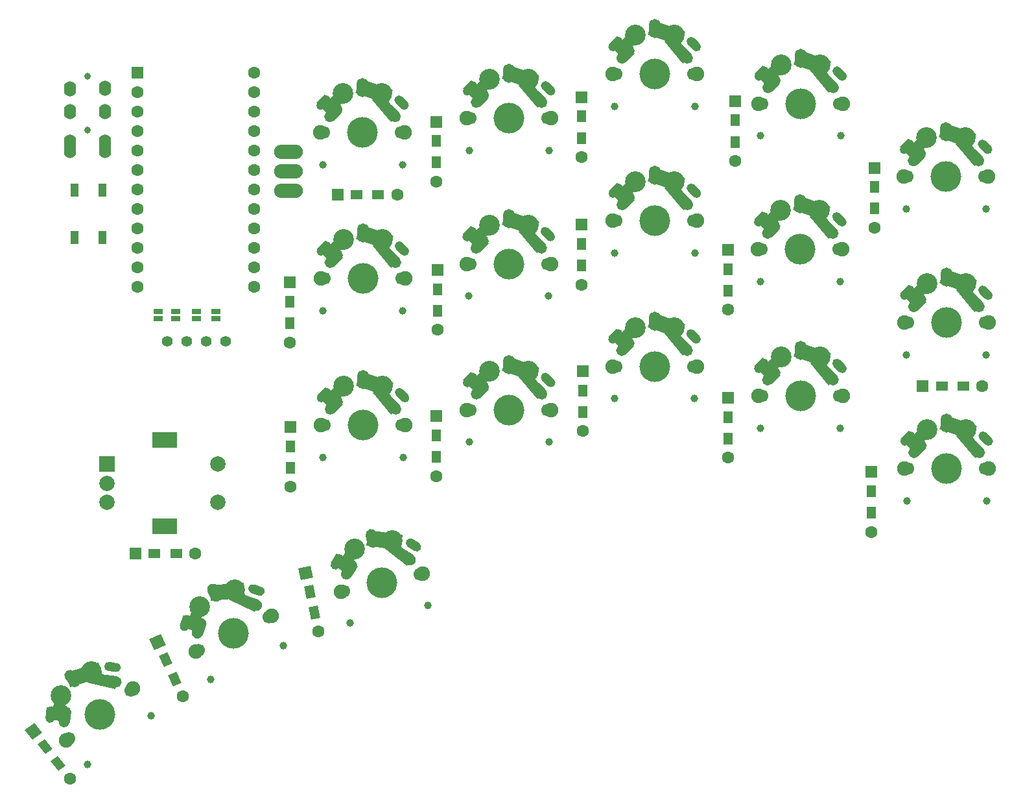
<source format=gbr>
%TF.GenerationSoftware,KiCad,Pcbnew,(5.1.7)-1*%
%TF.CreationDate,2021-07-06T19:24:22+05:30*%
%TF.ProjectId,Pteron36v0,50746572-6f6e-4333-9676-302e6b696361,rev?*%
%TF.SameCoordinates,Original*%
%TF.FileFunction,Soldermask,Top*%
%TF.FilePolarity,Negative*%
%FSLAX46Y46*%
G04 Gerber Fmt 4.6, Leading zero omitted, Abs format (unit mm)*
G04 Created by KiCad (PCBNEW (5.1.7)-1) date 2021-07-06 19:24:22*
%MOMM*%
%LPD*%
G01*
G04 APERTURE LIST*
%ADD10C,0.100000*%
%ADD11C,1.000000*%
%ADD12C,2.700000*%
%ADD13C,1.700000*%
%ADD14C,4.000000*%
%ADD15C,1.900000*%
%ADD16O,1.500000X2.500000*%
%ADD17O,1.600000X2.000000*%
%ADD18C,0.800000*%
%ADD19C,1.600000*%
%ADD20R,1.600000X1.600000*%
%ADD21R,2.000000X2.000000*%
%ADD22C,2.000000*%
%ADD23R,3.200000X2.000000*%
%ADD24R,1.600000X1.200000*%
%ADD25O,3.759200X1.879600*%
%ADD26R,1.100000X1.800000*%
%ADD27R,1.200000X1.600000*%
%ADD28R,1.270000X0.635000*%
%ADD29C,1.397000*%
G04 APERTURE END LIST*
D10*
%TO.C,SW28*%
G36*
X125135947Y-89801459D02*
G01*
X122725494Y-86928792D01*
X123874561Y-85964611D01*
X126285014Y-88837278D01*
X125135947Y-89801459D01*
G37*
G36*
X124753542Y-87560273D02*
G01*
X120524925Y-86021182D01*
X121208966Y-84141797D01*
X125437583Y-85680888D01*
X124753542Y-87560273D01*
G37*
G36*
X116202225Y-87742433D02*
G01*
X119030652Y-84914006D01*
X120108283Y-85991637D01*
X117279856Y-88820064D01*
X116202225Y-87742433D01*
G37*
G36*
X117749487Y-89570899D02*
G01*
X115451390Y-87272802D01*
X116529021Y-86195171D01*
X118827118Y-88493268D01*
X117749487Y-89570899D01*
G37*
D11*
X116237254Y-95385035D03*
D12*
X123997254Y-86105035D03*
X118917254Y-86105035D03*
G36*
G01*
X124277305Y-87655086D02*
X124277305Y-87655086D01*
G75*
G02*
X125337965Y-87655086I530330J-530330D01*
G01*
X126257203Y-88574324D01*
G75*
G02*
X126257203Y-89634984I-530330J-530330D01*
G01*
X126257203Y-89634984D01*
G75*
G02*
X125196543Y-89634984I-530330J530330D01*
G01*
X124277305Y-88715746D01*
G75*
G02*
X124277305Y-87655086I530330J530330D01*
G01*
G37*
D13*
X126537254Y-91185035D03*
X116377254Y-91185035D03*
D14*
X121457254Y-91185035D03*
G36*
G01*
X116657305Y-89634984D02*
X116657305Y-89634984D01*
G75*
G02*
X116657305Y-88574324I530330J530330D01*
G01*
X117576543Y-87655086D01*
G75*
G02*
X118637203Y-87655086I530330J-530330D01*
G01*
X118637203Y-87655086D01*
G75*
G02*
X118637203Y-88715746I-530330J-530330D01*
G01*
X117717965Y-89634984D01*
G75*
G02*
X116657305Y-89634984I-530330J530330D01*
G01*
G37*
D15*
X115957254Y-91185035D03*
X126957254Y-91185035D03*
G36*
G01*
X115579437Y-88062852D02*
X115579437Y-88062852D01*
G75*
G02*
X115579437Y-87214324I424264J424264D01*
G01*
X116286543Y-86507218D01*
G75*
G02*
X117135071Y-86507218I424264J-424264D01*
G01*
X117135071Y-86507218D01*
G75*
G02*
X117135071Y-87355746I-424264J-424264D01*
G01*
X116427965Y-88062852D01*
G75*
G02*
X115579437Y-88062852I-424264J424264D01*
G01*
G37*
G36*
G01*
X125779437Y-86507218D02*
X125779437Y-86507218D01*
G75*
G02*
X126627965Y-86507218I424264J-424264D01*
G01*
X127335071Y-87214324D01*
G75*
G02*
X127335071Y-88062852I-424264J-424264D01*
G01*
X127335071Y-88062852D01*
G75*
G02*
X126486543Y-88062852I-424264J424264D01*
G01*
X125779437Y-87355746D01*
G75*
G02*
X125779437Y-86507218I424264J424264D01*
G01*
G37*
D16*
X121457254Y-85285035D03*
D11*
X126677254Y-95385035D03*
%TD*%
D10*
%TO.C,SW27*%
G36*
X125116568Y-70676009D02*
G01*
X122706115Y-67803342D01*
X123855182Y-66839161D01*
X126265635Y-69711828D01*
X125116568Y-70676009D01*
G37*
G36*
X124734163Y-68434823D02*
G01*
X120505546Y-66895732D01*
X121189587Y-65016347D01*
X125418204Y-66555438D01*
X124734163Y-68434823D01*
G37*
G36*
X116182846Y-68616983D02*
G01*
X119011273Y-65788556D01*
X120088904Y-66866187D01*
X117260477Y-69694614D01*
X116182846Y-68616983D01*
G37*
G36*
X117730108Y-70445449D02*
G01*
X115432011Y-68147352D01*
X116509642Y-67069721D01*
X118807739Y-69367818D01*
X117730108Y-70445449D01*
G37*
D11*
X116217875Y-76259585D03*
D12*
X123977875Y-66979585D03*
X118897875Y-66979585D03*
G36*
G01*
X124257926Y-68529636D02*
X124257926Y-68529636D01*
G75*
G02*
X125318586Y-68529636I530330J-530330D01*
G01*
X126237824Y-69448874D01*
G75*
G02*
X126237824Y-70509534I-530330J-530330D01*
G01*
X126237824Y-70509534D01*
G75*
G02*
X125177164Y-70509534I-530330J530330D01*
G01*
X124257926Y-69590296D01*
G75*
G02*
X124257926Y-68529636I530330J530330D01*
G01*
G37*
D13*
X126517875Y-72059585D03*
X116357875Y-72059585D03*
D14*
X121437875Y-72059585D03*
G36*
G01*
X116637926Y-70509534D02*
X116637926Y-70509534D01*
G75*
G02*
X116637926Y-69448874I530330J530330D01*
G01*
X117557164Y-68529636D01*
G75*
G02*
X118617824Y-68529636I530330J-530330D01*
G01*
X118617824Y-68529636D01*
G75*
G02*
X118617824Y-69590296I-530330J-530330D01*
G01*
X117698586Y-70509534D01*
G75*
G02*
X116637926Y-70509534I-530330J530330D01*
G01*
G37*
D15*
X115937875Y-72059585D03*
X126937875Y-72059585D03*
G36*
G01*
X115560058Y-68937402D02*
X115560058Y-68937402D01*
G75*
G02*
X115560058Y-68088874I424264J424264D01*
G01*
X116267164Y-67381768D01*
G75*
G02*
X117115692Y-67381768I424264J-424264D01*
G01*
X117115692Y-67381768D01*
G75*
G02*
X117115692Y-68230296I-424264J-424264D01*
G01*
X116408586Y-68937402D01*
G75*
G02*
X115560058Y-68937402I-424264J424264D01*
G01*
G37*
G36*
G01*
X125760058Y-67381768D02*
X125760058Y-67381768D01*
G75*
G02*
X126608586Y-67381768I424264J-424264D01*
G01*
X127315692Y-68088874D01*
G75*
G02*
X127315692Y-68937402I-424264J-424264D01*
G01*
X127315692Y-68937402D01*
G75*
G02*
X126467164Y-68937402I-424264J424264D01*
G01*
X125760058Y-68230296D01*
G75*
G02*
X125760058Y-67381768I424264J424264D01*
G01*
G37*
D16*
X121437875Y-66159585D03*
D11*
X126657875Y-76259585D03*
%TD*%
D10*
%TO.C,SW26*%
G36*
X125072925Y-51641114D02*
G01*
X122662472Y-48768447D01*
X123811539Y-47804266D01*
X126221992Y-50676933D01*
X125072925Y-51641114D01*
G37*
G36*
X124690520Y-49399928D02*
G01*
X120461903Y-47860837D01*
X121145944Y-45981452D01*
X125374561Y-47520543D01*
X124690520Y-49399928D01*
G37*
G36*
X116139203Y-49582088D02*
G01*
X118967630Y-46753661D01*
X120045261Y-47831292D01*
X117216834Y-50659719D01*
X116139203Y-49582088D01*
G37*
G36*
X117686465Y-51410554D02*
G01*
X115388368Y-49112457D01*
X116465999Y-48034826D01*
X118764096Y-50332923D01*
X117686465Y-51410554D01*
G37*
D11*
X116174232Y-57224690D03*
D12*
X123934232Y-47944690D03*
X118854232Y-47944690D03*
G36*
G01*
X124214283Y-49494741D02*
X124214283Y-49494741D01*
G75*
G02*
X125274943Y-49494741I530330J-530330D01*
G01*
X126194181Y-50413979D01*
G75*
G02*
X126194181Y-51474639I-530330J-530330D01*
G01*
X126194181Y-51474639D01*
G75*
G02*
X125133521Y-51474639I-530330J530330D01*
G01*
X124214283Y-50555401D01*
G75*
G02*
X124214283Y-49494741I530330J530330D01*
G01*
G37*
D13*
X126474232Y-53024690D03*
X116314232Y-53024690D03*
D14*
X121394232Y-53024690D03*
G36*
G01*
X116594283Y-51474639D02*
X116594283Y-51474639D01*
G75*
G02*
X116594283Y-50413979I530330J530330D01*
G01*
X117513521Y-49494741D01*
G75*
G02*
X118574181Y-49494741I530330J-530330D01*
G01*
X118574181Y-49494741D01*
G75*
G02*
X118574181Y-50555401I-530330J-530330D01*
G01*
X117654943Y-51474639D01*
G75*
G02*
X116594283Y-51474639I-530330J530330D01*
G01*
G37*
D15*
X115894232Y-53024690D03*
X126894232Y-53024690D03*
G36*
G01*
X115516415Y-49902507D02*
X115516415Y-49902507D01*
G75*
G02*
X115516415Y-49053979I424264J424264D01*
G01*
X116223521Y-48346873D01*
G75*
G02*
X117072049Y-48346873I424264J-424264D01*
G01*
X117072049Y-48346873D01*
G75*
G02*
X117072049Y-49195401I-424264J-424264D01*
G01*
X116364943Y-49902507D01*
G75*
G02*
X115516415Y-49902507I-424264J424264D01*
G01*
G37*
G36*
G01*
X125716415Y-48346873D02*
X125716415Y-48346873D01*
G75*
G02*
X126564943Y-48346873I424264J-424264D01*
G01*
X127272049Y-49053979D01*
G75*
G02*
X127272049Y-49902507I-424264J-424264D01*
G01*
X127272049Y-49902507D01*
G75*
G02*
X126423521Y-49902507I-424264J424264D01*
G01*
X125716415Y-49195401D01*
G75*
G02*
X125716415Y-48346873I424264J424264D01*
G01*
G37*
D16*
X121394232Y-47124690D03*
D11*
X126614232Y-57224690D03*
%TD*%
D10*
%TO.C,SW24*%
G36*
X144203352Y-87825384D02*
G01*
X141792899Y-84952717D01*
X142941966Y-83988536D01*
X145352419Y-86861203D01*
X144203352Y-87825384D01*
G37*
G36*
X143820947Y-85584198D02*
G01*
X139592330Y-84045107D01*
X140276371Y-82165722D01*
X144504988Y-83704813D01*
X143820947Y-85584198D01*
G37*
G36*
X135269630Y-85766358D02*
G01*
X138098057Y-82937931D01*
X139175688Y-84015562D01*
X136347261Y-86843989D01*
X135269630Y-85766358D01*
G37*
G36*
X136816892Y-87594824D02*
G01*
X134518795Y-85296727D01*
X135596426Y-84219096D01*
X137894523Y-86517193D01*
X136816892Y-87594824D01*
G37*
D11*
X135304659Y-93408960D03*
D12*
X143064659Y-84128960D03*
X137984659Y-84128960D03*
G36*
G01*
X143344710Y-85679011D02*
X143344710Y-85679011D01*
G75*
G02*
X144405370Y-85679011I530330J-530330D01*
G01*
X145324608Y-86598249D01*
G75*
G02*
X145324608Y-87658909I-530330J-530330D01*
G01*
X145324608Y-87658909D01*
G75*
G02*
X144263948Y-87658909I-530330J530330D01*
G01*
X143344710Y-86739671D01*
G75*
G02*
X143344710Y-85679011I530330J530330D01*
G01*
G37*
D13*
X145604659Y-89208960D03*
X135444659Y-89208960D03*
D14*
X140524659Y-89208960D03*
G36*
G01*
X135724710Y-87658909D02*
X135724710Y-87658909D01*
G75*
G02*
X135724710Y-86598249I530330J530330D01*
G01*
X136643948Y-85679011D01*
G75*
G02*
X137704608Y-85679011I530330J-530330D01*
G01*
X137704608Y-85679011D01*
G75*
G02*
X137704608Y-86739671I-530330J-530330D01*
G01*
X136785370Y-87658909D01*
G75*
G02*
X135724710Y-87658909I-530330J530330D01*
G01*
G37*
D15*
X135024659Y-89208960D03*
X146024659Y-89208960D03*
G36*
G01*
X134646842Y-86086777D02*
X134646842Y-86086777D01*
G75*
G02*
X134646842Y-85238249I424264J424264D01*
G01*
X135353948Y-84531143D01*
G75*
G02*
X136202476Y-84531143I424264J-424264D01*
G01*
X136202476Y-84531143D01*
G75*
G02*
X136202476Y-85379671I-424264J-424264D01*
G01*
X135495370Y-86086777D01*
G75*
G02*
X134646842Y-86086777I-424264J424264D01*
G01*
G37*
G36*
G01*
X144846842Y-84531143D02*
X144846842Y-84531143D01*
G75*
G02*
X145695370Y-84531143I424264J-424264D01*
G01*
X146402476Y-85238249D01*
G75*
G02*
X146402476Y-86086777I-424264J-424264D01*
G01*
X146402476Y-86086777D01*
G75*
G02*
X145553948Y-86086777I-424264J424264D01*
G01*
X144846842Y-85379671D01*
G75*
G02*
X144846842Y-84531143I424264J424264D01*
G01*
G37*
D16*
X140524659Y-83308960D03*
D11*
X145744659Y-93408960D03*
%TD*%
D10*
%TO.C,SW23*%
G36*
X144159708Y-68790488D02*
G01*
X141749255Y-65917821D01*
X142898322Y-64953640D01*
X145308775Y-67826307D01*
X144159708Y-68790488D01*
G37*
G36*
X143777303Y-66549302D02*
G01*
X139548686Y-65010211D01*
X140232727Y-63130826D01*
X144461344Y-64669917D01*
X143777303Y-66549302D01*
G37*
G36*
X135225986Y-66731462D02*
G01*
X138054413Y-63903035D01*
X139132044Y-64980666D01*
X136303617Y-67809093D01*
X135225986Y-66731462D01*
G37*
G36*
X136773248Y-68559928D02*
G01*
X134475151Y-66261831D01*
X135552782Y-65184200D01*
X137850879Y-67482297D01*
X136773248Y-68559928D01*
G37*
D11*
X135261015Y-74374064D03*
D12*
X143021015Y-65094064D03*
X137941015Y-65094064D03*
G36*
G01*
X143301066Y-66644115D02*
X143301066Y-66644115D01*
G75*
G02*
X144361726Y-66644115I530330J-530330D01*
G01*
X145280964Y-67563353D01*
G75*
G02*
X145280964Y-68624013I-530330J-530330D01*
G01*
X145280964Y-68624013D01*
G75*
G02*
X144220304Y-68624013I-530330J530330D01*
G01*
X143301066Y-67704775D01*
G75*
G02*
X143301066Y-66644115I530330J530330D01*
G01*
G37*
D13*
X145561015Y-70174064D03*
X135401015Y-70174064D03*
D14*
X140481015Y-70174064D03*
G36*
G01*
X135681066Y-68624013D02*
X135681066Y-68624013D01*
G75*
G02*
X135681066Y-67563353I530330J530330D01*
G01*
X136600304Y-66644115D01*
G75*
G02*
X137660964Y-66644115I530330J-530330D01*
G01*
X137660964Y-66644115D01*
G75*
G02*
X137660964Y-67704775I-530330J-530330D01*
G01*
X136741726Y-68624013D01*
G75*
G02*
X135681066Y-68624013I-530330J530330D01*
G01*
G37*
D15*
X134981015Y-70174064D03*
X145981015Y-70174064D03*
G36*
G01*
X134603198Y-67051881D02*
X134603198Y-67051881D01*
G75*
G02*
X134603198Y-66203353I424264J424264D01*
G01*
X135310304Y-65496247D01*
G75*
G02*
X136158832Y-65496247I424264J-424264D01*
G01*
X136158832Y-65496247D01*
G75*
G02*
X136158832Y-66344775I-424264J-424264D01*
G01*
X135451726Y-67051881D01*
G75*
G02*
X134603198Y-67051881I-424264J424264D01*
G01*
G37*
G36*
G01*
X144803198Y-65496247D02*
X144803198Y-65496247D01*
G75*
G02*
X145651726Y-65496247I424264J-424264D01*
G01*
X146358832Y-66203353D01*
G75*
G02*
X146358832Y-67051881I-424264J-424264D01*
G01*
X146358832Y-67051881D01*
G75*
G02*
X145510304Y-67051881I-424264J424264D01*
G01*
X144803198Y-66344775D01*
G75*
G02*
X144803198Y-65496247I424264J424264D01*
G01*
G37*
D16*
X140481015Y-64274064D03*
D11*
X145701015Y-74374064D03*
%TD*%
D10*
%TO.C,SW22*%
G36*
X144206619Y-49779862D02*
G01*
X141796166Y-46907195D01*
X142945233Y-45943014D01*
X145355686Y-48815681D01*
X144206619Y-49779862D01*
G37*
G36*
X143824214Y-47538676D02*
G01*
X139595597Y-45999585D01*
X140279638Y-44120200D01*
X144508255Y-45659291D01*
X143824214Y-47538676D01*
G37*
G36*
X135272897Y-47720836D02*
G01*
X138101324Y-44892409D01*
X139178955Y-45970040D01*
X136350528Y-48798467D01*
X135272897Y-47720836D01*
G37*
G36*
X136820159Y-49549302D02*
G01*
X134522062Y-47251205D01*
X135599693Y-46173574D01*
X137897790Y-48471671D01*
X136820159Y-49549302D01*
G37*
D11*
X135307926Y-55363438D03*
D12*
X143067926Y-46083438D03*
X137987926Y-46083438D03*
G36*
G01*
X143347977Y-47633489D02*
X143347977Y-47633489D01*
G75*
G02*
X144408637Y-47633489I530330J-530330D01*
G01*
X145327875Y-48552727D01*
G75*
G02*
X145327875Y-49613387I-530330J-530330D01*
G01*
X145327875Y-49613387D01*
G75*
G02*
X144267215Y-49613387I-530330J530330D01*
G01*
X143347977Y-48694149D01*
G75*
G02*
X143347977Y-47633489I530330J530330D01*
G01*
G37*
D13*
X145607926Y-51163438D03*
X135447926Y-51163438D03*
D14*
X140527926Y-51163438D03*
G36*
G01*
X135727977Y-49613387D02*
X135727977Y-49613387D01*
G75*
G02*
X135727977Y-48552727I530330J530330D01*
G01*
X136647215Y-47633489D01*
G75*
G02*
X137707875Y-47633489I530330J-530330D01*
G01*
X137707875Y-47633489D01*
G75*
G02*
X137707875Y-48694149I-530330J-530330D01*
G01*
X136788637Y-49613387D01*
G75*
G02*
X135727977Y-49613387I-530330J530330D01*
G01*
G37*
D15*
X135027926Y-51163438D03*
X146027926Y-51163438D03*
G36*
G01*
X134650109Y-48041255D02*
X134650109Y-48041255D01*
G75*
G02*
X134650109Y-47192727I424264J424264D01*
G01*
X135357215Y-46485621D01*
G75*
G02*
X136205743Y-46485621I424264J-424264D01*
G01*
X136205743Y-46485621D01*
G75*
G02*
X136205743Y-47334149I-424264J-424264D01*
G01*
X135498637Y-48041255D01*
G75*
G02*
X134650109Y-48041255I-424264J424264D01*
G01*
G37*
G36*
G01*
X144850109Y-46485621D02*
X144850109Y-46485621D01*
G75*
G02*
X145698637Y-46485621I424264J-424264D01*
G01*
X146405743Y-47192727D01*
G75*
G02*
X146405743Y-48041255I-424264J-424264D01*
G01*
X146405743Y-48041255D01*
G75*
G02*
X145557215Y-48041255I-424264J424264D01*
G01*
X144850109Y-47334149D01*
G75*
G02*
X144850109Y-46485621I424264J424264D01*
G01*
G37*
D16*
X140527926Y-45263438D03*
D11*
X145747926Y-55363438D03*
%TD*%
D10*
%TO.C,SW20*%
G36*
X89150691Y-125610737D02*
G01*
X85489581Y-124799089D01*
X85814241Y-123334645D01*
X89475351Y-124146293D01*
X89150691Y-125610737D01*
G37*
G36*
X87482961Y-124065479D02*
G01*
X83191235Y-125418655D01*
X82589823Y-123511221D01*
X86881549Y-122158045D01*
X87482961Y-124065479D01*
G37*
G36*
X80809637Y-129415709D02*
G01*
X81331741Y-125449929D01*
X82842703Y-125648851D01*
X82320599Y-129614631D01*
X80809637Y-129415709D01*
G37*
G36*
X83150262Y-129924414D02*
G01*
X79928066Y-129500204D01*
X80126988Y-127989242D01*
X83349184Y-128413452D01*
X83150262Y-129924414D01*
G37*
D11*
X85489949Y-135457668D03*
D12*
X85997064Y-123371360D03*
X81966829Y-126463868D03*
G36*
G01*
X87162854Y-124430613D02*
X87162854Y-124430613D01*
G75*
G02*
X88004333Y-123784924I743584J-97895D01*
G01*
X89293211Y-123954608D01*
G75*
G02*
X89938900Y-124796087I-97895J-743584D01*
G01*
X89938900Y-124796087D01*
G75*
G02*
X89097421Y-125441776I-743584J97895D01*
G01*
X87808543Y-125272092D01*
G75*
G02*
X87162854Y-124430613I97895J743584D01*
G01*
G37*
D13*
X91104690Y-125855341D03*
X83044220Y-132040357D03*
D14*
X87074455Y-128947849D03*
G36*
G01*
X82322788Y-130640136D02*
X82322788Y-130640136D01*
G75*
G02*
X81677099Y-129798657I97895J743584D01*
G01*
X81846783Y-128509779D01*
G75*
G02*
X82688262Y-127864090I743584J-97895D01*
G01*
X82688262Y-127864090D01*
G75*
G02*
X83333951Y-128705569I-97895J-743584D01*
G01*
X83164267Y-129994447D01*
G75*
G02*
X82322788Y-130640136I-743584J97895D01*
G01*
G37*
D15*
X82711012Y-132296037D03*
X91437898Y-125599661D03*
G36*
G01*
X80510604Y-130049043D02*
X80510604Y-130049043D01*
G75*
G02*
X79994053Y-129375860I78316J594867D01*
G01*
X80124579Y-128384416D01*
G75*
G02*
X80797762Y-127867865I594867J-78316D01*
G01*
X80797762Y-127867865D01*
G75*
G02*
X81314313Y-128541048I-78316J-594867D01*
G01*
X81183787Y-129532492D01*
G75*
G02*
X80510604Y-130049043I-594867J78316D01*
G01*
G37*
G36*
G01*
X87655798Y-122605509D02*
X87655798Y-122605509D01*
G75*
G02*
X88328981Y-122088958I594867J-78316D01*
G01*
X89320425Y-122219484D01*
G75*
G02*
X89836976Y-122892667I-78316J-594867D01*
G01*
X89836976Y-122892667D01*
G75*
G02*
X89163793Y-123409218I-594867J78316D01*
G01*
X88172349Y-123278692D01*
G75*
G02*
X87655798Y-122605509I78316J594867D01*
G01*
G37*
G36*
G01*
X84243715Y-125258756D02*
X84243715Y-125258756D01*
G75*
G02*
X83192129Y-125120312I-456571J595015D01*
G01*
X82583367Y-124326958D01*
G75*
G02*
X82721811Y-123275372I595015J456571D01*
G01*
X82721811Y-123275372D01*
G75*
G02*
X83773397Y-123413816I456571J-595015D01*
G01*
X84382159Y-124207170D01*
G75*
G02*
X84243715Y-125258756I-595015J-456571D01*
G01*
G37*
D11*
X93772557Y-129102198D03*
%TD*%
D10*
%TO.C,SW19*%
G36*
X163196684Y-82141289D02*
G01*
X160786231Y-79268622D01*
X161935298Y-78304441D01*
X164345751Y-81177108D01*
X163196684Y-82141289D01*
G37*
G36*
X162814279Y-79900103D02*
G01*
X158585662Y-78361012D01*
X159269703Y-76481627D01*
X163498320Y-78020718D01*
X162814279Y-79900103D01*
G37*
G36*
X154262962Y-80082263D02*
G01*
X157091389Y-77253836D01*
X158169020Y-78331467D01*
X155340593Y-81159894D01*
X154262962Y-80082263D01*
G37*
G36*
X155810224Y-81910729D02*
G01*
X153512127Y-79612632D01*
X154589758Y-78535001D01*
X156887855Y-80833098D01*
X155810224Y-81910729D01*
G37*
D11*
X154297991Y-87724865D03*
D12*
X162057991Y-78444865D03*
X156977991Y-78444865D03*
G36*
G01*
X162338042Y-79994916D02*
X162338042Y-79994916D01*
G75*
G02*
X163398702Y-79994916I530330J-530330D01*
G01*
X164317940Y-80914154D01*
G75*
G02*
X164317940Y-81974814I-530330J-530330D01*
G01*
X164317940Y-81974814D01*
G75*
G02*
X163257280Y-81974814I-530330J530330D01*
G01*
X162338042Y-81055576D01*
G75*
G02*
X162338042Y-79994916I530330J530330D01*
G01*
G37*
D13*
X164597991Y-83524865D03*
X154437991Y-83524865D03*
D14*
X159517991Y-83524865D03*
G36*
G01*
X154718042Y-81974814D02*
X154718042Y-81974814D01*
G75*
G02*
X154718042Y-80914154I530330J530330D01*
G01*
X155637280Y-79994916D01*
G75*
G02*
X156697940Y-79994916I530330J-530330D01*
G01*
X156697940Y-79994916D01*
G75*
G02*
X156697940Y-81055576I-530330J-530330D01*
G01*
X155778702Y-81974814D01*
G75*
G02*
X154718042Y-81974814I-530330J530330D01*
G01*
G37*
D15*
X154017991Y-83524865D03*
X165017991Y-83524865D03*
G36*
G01*
X153640174Y-80402682D02*
X153640174Y-80402682D01*
G75*
G02*
X153640174Y-79554154I424264J424264D01*
G01*
X154347280Y-78847048D01*
G75*
G02*
X155195808Y-78847048I424264J-424264D01*
G01*
X155195808Y-78847048D01*
G75*
G02*
X155195808Y-79695576I-424264J-424264D01*
G01*
X154488702Y-80402682D01*
G75*
G02*
X153640174Y-80402682I-424264J424264D01*
G01*
G37*
G36*
G01*
X163840174Y-78847048D02*
X163840174Y-78847048D01*
G75*
G02*
X164688702Y-78847048I424264J-424264D01*
G01*
X165395808Y-79554154D01*
G75*
G02*
X165395808Y-80402682I-424264J-424264D01*
G01*
X165395808Y-80402682D01*
G75*
G02*
X164547280Y-80402682I-424264J424264D01*
G01*
X163840174Y-79695576D01*
G75*
G02*
X163840174Y-78847048I424264J424264D01*
G01*
G37*
D16*
X159517991Y-77624865D03*
D11*
X164737991Y-87724865D03*
%TD*%
D10*
%TO.C,SW18*%
G36*
X163243601Y-63130661D02*
G01*
X160833148Y-60257994D01*
X161982215Y-59293813D01*
X164392668Y-62166480D01*
X163243601Y-63130661D01*
G37*
G36*
X162861196Y-60889475D02*
G01*
X158632579Y-59350384D01*
X159316620Y-57470999D01*
X163545237Y-59010090D01*
X162861196Y-60889475D01*
G37*
G36*
X154309879Y-61071635D02*
G01*
X157138306Y-58243208D01*
X158215937Y-59320839D01*
X155387510Y-62149266D01*
X154309879Y-61071635D01*
G37*
G36*
X155857141Y-62900101D02*
G01*
X153559044Y-60602004D01*
X154636675Y-59524373D01*
X156934772Y-61822470D01*
X155857141Y-62900101D01*
G37*
D11*
X154344908Y-68714237D03*
D12*
X162104908Y-59434237D03*
X157024908Y-59434237D03*
G36*
G01*
X162384959Y-60984288D02*
X162384959Y-60984288D01*
G75*
G02*
X163445619Y-60984288I530330J-530330D01*
G01*
X164364857Y-61903526D01*
G75*
G02*
X164364857Y-62964186I-530330J-530330D01*
G01*
X164364857Y-62964186D01*
G75*
G02*
X163304197Y-62964186I-530330J530330D01*
G01*
X162384959Y-62044948D01*
G75*
G02*
X162384959Y-60984288I530330J530330D01*
G01*
G37*
D13*
X164644908Y-64514237D03*
X154484908Y-64514237D03*
D14*
X159564908Y-64514237D03*
G36*
G01*
X154764959Y-62964186D02*
X154764959Y-62964186D01*
G75*
G02*
X154764959Y-61903526I530330J530330D01*
G01*
X155684197Y-60984288D01*
G75*
G02*
X156744857Y-60984288I530330J-530330D01*
G01*
X156744857Y-60984288D01*
G75*
G02*
X156744857Y-62044948I-530330J-530330D01*
G01*
X155825619Y-62964186D01*
G75*
G02*
X154764959Y-62964186I-530330J530330D01*
G01*
G37*
D15*
X154064908Y-64514237D03*
X165064908Y-64514237D03*
G36*
G01*
X153687091Y-61392054D02*
X153687091Y-61392054D01*
G75*
G02*
X153687091Y-60543526I424264J424264D01*
G01*
X154394197Y-59836420D01*
G75*
G02*
X155242725Y-59836420I424264J-424264D01*
G01*
X155242725Y-59836420D01*
G75*
G02*
X155242725Y-60684948I-424264J-424264D01*
G01*
X154535619Y-61392054D01*
G75*
G02*
X153687091Y-61392054I-424264J424264D01*
G01*
G37*
G36*
G01*
X163887091Y-59836420D02*
X163887091Y-59836420D01*
G75*
G02*
X164735619Y-59836420I424264J-424264D01*
G01*
X165442725Y-60543526D01*
G75*
G02*
X165442725Y-61392054I-424264J-424264D01*
G01*
X165442725Y-61392054D01*
G75*
G02*
X164594197Y-61392054I-424264J424264D01*
G01*
X163887091Y-60684948D01*
G75*
G02*
X163887091Y-59836420I424264J424264D01*
G01*
G37*
D16*
X159564908Y-58614237D03*
D11*
X164784908Y-68714237D03*
%TD*%
D10*
%TO.C,SW17*%
G36*
X163224217Y-44005211D02*
G01*
X160813764Y-41132544D01*
X161962831Y-40168363D01*
X164373284Y-43041030D01*
X163224217Y-44005211D01*
G37*
G36*
X162841812Y-41764025D02*
G01*
X158613195Y-40224934D01*
X159297236Y-38345549D01*
X163525853Y-39884640D01*
X162841812Y-41764025D01*
G37*
G36*
X154290495Y-41946185D02*
G01*
X157118922Y-39117758D01*
X158196553Y-40195389D01*
X155368126Y-43023816D01*
X154290495Y-41946185D01*
G37*
G36*
X155837757Y-43774651D02*
G01*
X153539660Y-41476554D01*
X154617291Y-40398923D01*
X156915388Y-42697020D01*
X155837757Y-43774651D01*
G37*
D11*
X154325524Y-49588787D03*
D12*
X162085524Y-40308787D03*
X157005524Y-40308787D03*
G36*
G01*
X162365575Y-41858838D02*
X162365575Y-41858838D01*
G75*
G02*
X163426235Y-41858838I530330J-530330D01*
G01*
X164345473Y-42778076D01*
G75*
G02*
X164345473Y-43838736I-530330J-530330D01*
G01*
X164345473Y-43838736D01*
G75*
G02*
X163284813Y-43838736I-530330J530330D01*
G01*
X162365575Y-42919498D01*
G75*
G02*
X162365575Y-41858838I530330J530330D01*
G01*
G37*
D13*
X164625524Y-45388787D03*
X154465524Y-45388787D03*
D14*
X159545524Y-45388787D03*
G36*
G01*
X154745575Y-43838736D02*
X154745575Y-43838736D01*
G75*
G02*
X154745575Y-42778076I530330J530330D01*
G01*
X155664813Y-41858838D01*
G75*
G02*
X156725473Y-41858838I530330J-530330D01*
G01*
X156725473Y-41858838D01*
G75*
G02*
X156725473Y-42919498I-530330J-530330D01*
G01*
X155806235Y-43838736D01*
G75*
G02*
X154745575Y-43838736I-530330J530330D01*
G01*
G37*
D15*
X154045524Y-45388787D03*
X165045524Y-45388787D03*
G36*
G01*
X153667707Y-42266604D02*
X153667707Y-42266604D01*
G75*
G02*
X153667707Y-41418076I424264J424264D01*
G01*
X154374813Y-40710970D01*
G75*
G02*
X155223341Y-40710970I424264J-424264D01*
G01*
X155223341Y-40710970D01*
G75*
G02*
X155223341Y-41559498I-424264J-424264D01*
G01*
X154516235Y-42266604D01*
G75*
G02*
X153667707Y-42266604I-424264J424264D01*
G01*
G37*
G36*
G01*
X163867707Y-40710970D02*
X163867707Y-40710970D01*
G75*
G02*
X164716235Y-40710970I424264J-424264D01*
G01*
X165423341Y-41418076D01*
G75*
G02*
X165423341Y-42266604I-424264J-424264D01*
G01*
X165423341Y-42266604D01*
G75*
G02*
X164574813Y-42266604I-424264J424264D01*
G01*
X163867707Y-41559498D01*
G75*
G02*
X163867707Y-40710970I424264J424264D01*
G01*
G37*
D16*
X159545524Y-39488787D03*
D11*
X164765524Y-49588787D03*
%TD*%
D10*
%TO.C,SW15*%
G36*
X107307145Y-115585901D02*
G01*
X103908491Y-114001083D01*
X104542419Y-112641621D01*
X107941073Y-114226439D01*
X107307145Y-115585901D01*
G37*
G36*
X106013402Y-113716308D02*
G01*
X101530526Y-114108509D01*
X101356214Y-112116120D01*
X105839090Y-111723919D01*
X106013402Y-113716308D01*
G37*
G36*
X98340261Y-117495344D02*
G01*
X99708342Y-113736573D01*
X101140433Y-114257812D01*
X99772352Y-118016583D01*
X98340261Y-117495344D01*
G37*
G36*
X100515299Y-118498596D02*
G01*
X97461298Y-117387030D01*
X97982537Y-115954938D01*
X101036538Y-117066504D01*
X100515299Y-118498596D01*
G37*
D11*
X101601911Y-124407090D03*
D12*
X104712962Y-112717036D03*
X100108918Y-114863937D03*
G36*
G01*
X105621854Y-114003505D02*
X105621854Y-114003505D01*
G75*
G02*
X106583138Y-113555251I704769J-256515D01*
G01*
X107804738Y-113999877D01*
G75*
G02*
X108252992Y-114961161I-256515J-704769D01*
G01*
X108252992Y-114961161D01*
G75*
G02*
X107291708Y-115409415I-704769J256515D01*
G01*
X106070108Y-114964789D01*
G75*
G02*
X105621854Y-114003505I256515J704769D01*
G01*
G37*
D13*
X109161885Y-116247629D03*
X99953797Y-120541431D03*
D14*
X104557841Y-118394530D03*
G36*
G01*
X99552530Y-119018253D02*
X99552530Y-119018253D01*
G75*
G02*
X99104276Y-118056969I256515J704769D01*
G01*
X99548902Y-116835369D01*
G75*
G02*
X100510186Y-116387115I704769J-256515D01*
G01*
X100510186Y-116387115D01*
G75*
G02*
X100958440Y-117348399I-256515J-704769D01*
G01*
X100513814Y-118569999D01*
G75*
G02*
X99552530Y-119018253I-704769J256515D01*
G01*
G37*
D15*
X99573148Y-120718930D03*
X109542534Y-116070130D03*
G36*
G01*
X97911238Y-118048945D02*
X97911238Y-118048945D01*
G75*
G02*
X97552634Y-117279917I205212J563816D01*
G01*
X97894654Y-116340225D01*
G75*
G02*
X98663682Y-115981621I563816J-205212D01*
G01*
X98663682Y-115981621D01*
G75*
G02*
X99022286Y-116750649I-205212J-563816D01*
G01*
X98680266Y-117690341D01*
G75*
G02*
X97911238Y-118048945I-563816J205212D01*
G01*
G37*
G36*
G01*
X106498137Y-112328354D02*
X106498137Y-112328354D01*
G75*
G02*
X107267165Y-111969750I563816J-205212D01*
G01*
X108206857Y-112311770D01*
G75*
G02*
X108565461Y-113080798I-205212J-563816D01*
G01*
X108565461Y-113080798D01*
G75*
G02*
X107796433Y-113439402I-563816J205212D01*
G01*
X106856741Y-113097382D01*
G75*
G02*
X106498137Y-112328354I205212J563816D01*
G01*
G37*
G36*
G01*
X102592666Y-114180199D02*
X102592666Y-114180199D01*
G75*
G02*
X101595971Y-113817432I-316964J679731D01*
G01*
X101173353Y-112911124D01*
G75*
G02*
X101536120Y-111914429I679731J316964D01*
G01*
X101536120Y-111914429D01*
G75*
G02*
X102532815Y-112277196I316964J-679731D01*
G01*
X102955433Y-113183504D01*
G75*
G02*
X102592666Y-114180199I-679731J-316964D01*
G01*
G37*
D11*
X111063764Y-119994955D03*
%TD*%
D10*
%TO.C,SW14*%
G36*
X182257117Y-85986772D02*
G01*
X179846664Y-83114105D01*
X180995731Y-82149924D01*
X183406184Y-85022591D01*
X182257117Y-85986772D01*
G37*
G36*
X181874712Y-83745586D02*
G01*
X177646095Y-82206495D01*
X178330136Y-80327110D01*
X182558753Y-81866201D01*
X181874712Y-83745586D01*
G37*
G36*
X173323395Y-83927746D02*
G01*
X176151822Y-81099319D01*
X177229453Y-82176950D01*
X174401026Y-85005377D01*
X173323395Y-83927746D01*
G37*
G36*
X174870657Y-85756212D02*
G01*
X172572560Y-83458115D01*
X173650191Y-82380484D01*
X175948288Y-84678581D01*
X174870657Y-85756212D01*
G37*
D11*
X173358424Y-91570348D03*
D12*
X181118424Y-82290348D03*
X176038424Y-82290348D03*
G36*
G01*
X181398475Y-83840399D02*
X181398475Y-83840399D01*
G75*
G02*
X182459135Y-83840399I530330J-530330D01*
G01*
X183378373Y-84759637D01*
G75*
G02*
X183378373Y-85820297I-530330J-530330D01*
G01*
X183378373Y-85820297D01*
G75*
G02*
X182317713Y-85820297I-530330J530330D01*
G01*
X181398475Y-84901059D01*
G75*
G02*
X181398475Y-83840399I530330J530330D01*
G01*
G37*
D13*
X183658424Y-87370348D03*
X173498424Y-87370348D03*
D14*
X178578424Y-87370348D03*
G36*
G01*
X173778475Y-85820297D02*
X173778475Y-85820297D01*
G75*
G02*
X173778475Y-84759637I530330J530330D01*
G01*
X174697713Y-83840399D01*
G75*
G02*
X175758373Y-83840399I530330J-530330D01*
G01*
X175758373Y-83840399D01*
G75*
G02*
X175758373Y-84901059I-530330J-530330D01*
G01*
X174839135Y-85820297D01*
G75*
G02*
X173778475Y-85820297I-530330J530330D01*
G01*
G37*
D15*
X173078424Y-87370348D03*
X184078424Y-87370348D03*
G36*
G01*
X172700607Y-84248165D02*
X172700607Y-84248165D01*
G75*
G02*
X172700607Y-83399637I424264J424264D01*
G01*
X173407713Y-82692531D01*
G75*
G02*
X174256241Y-82692531I424264J-424264D01*
G01*
X174256241Y-82692531D01*
G75*
G02*
X174256241Y-83541059I-424264J-424264D01*
G01*
X173549135Y-84248165D01*
G75*
G02*
X172700607Y-84248165I-424264J424264D01*
G01*
G37*
G36*
G01*
X182900607Y-82692531D02*
X182900607Y-82692531D01*
G75*
G02*
X183749135Y-82692531I424264J-424264D01*
G01*
X184456241Y-83399637D01*
G75*
G02*
X184456241Y-84248165I-424264J-424264D01*
G01*
X184456241Y-84248165D01*
G75*
G02*
X183607713Y-84248165I-424264J424264D01*
G01*
X182900607Y-83541059D01*
G75*
G02*
X182900607Y-82692531I424264J424264D01*
G01*
G37*
D16*
X178578424Y-81470348D03*
D11*
X183798424Y-91570348D03*
%TD*%
D10*
%TO.C,SW13*%
G36*
X182237743Y-66861326D02*
G01*
X179827290Y-63988659D01*
X180976357Y-63024478D01*
X183386810Y-65897145D01*
X182237743Y-66861326D01*
G37*
G36*
X181855338Y-64620140D02*
G01*
X177626721Y-63081049D01*
X178310762Y-61201664D01*
X182539379Y-62740755D01*
X181855338Y-64620140D01*
G37*
G36*
X173304021Y-64802300D02*
G01*
X176132448Y-61973873D01*
X177210079Y-63051504D01*
X174381652Y-65879931D01*
X173304021Y-64802300D01*
G37*
G36*
X174851283Y-66630766D02*
G01*
X172553186Y-64332669D01*
X173630817Y-63255038D01*
X175928914Y-65553135D01*
X174851283Y-66630766D01*
G37*
D11*
X173339050Y-72444902D03*
D12*
X181099050Y-63164902D03*
X176019050Y-63164902D03*
G36*
G01*
X181379101Y-64714953D02*
X181379101Y-64714953D01*
G75*
G02*
X182439761Y-64714953I530330J-530330D01*
G01*
X183358999Y-65634191D01*
G75*
G02*
X183358999Y-66694851I-530330J-530330D01*
G01*
X183358999Y-66694851D01*
G75*
G02*
X182298339Y-66694851I-530330J530330D01*
G01*
X181379101Y-65775613D01*
G75*
G02*
X181379101Y-64714953I530330J530330D01*
G01*
G37*
D13*
X183639050Y-68244902D03*
X173479050Y-68244902D03*
D14*
X178559050Y-68244902D03*
G36*
G01*
X173759101Y-66694851D02*
X173759101Y-66694851D01*
G75*
G02*
X173759101Y-65634191I530330J530330D01*
G01*
X174678339Y-64714953D01*
G75*
G02*
X175738999Y-64714953I530330J-530330D01*
G01*
X175738999Y-64714953D01*
G75*
G02*
X175738999Y-65775613I-530330J-530330D01*
G01*
X174819761Y-66694851D01*
G75*
G02*
X173759101Y-66694851I-530330J530330D01*
G01*
G37*
D15*
X173059050Y-68244902D03*
X184059050Y-68244902D03*
G36*
G01*
X172681233Y-65122719D02*
X172681233Y-65122719D01*
G75*
G02*
X172681233Y-64274191I424264J424264D01*
G01*
X173388339Y-63567085D01*
G75*
G02*
X174236867Y-63567085I424264J-424264D01*
G01*
X174236867Y-63567085D01*
G75*
G02*
X174236867Y-64415613I-424264J-424264D01*
G01*
X173529761Y-65122719D01*
G75*
G02*
X172681233Y-65122719I-424264J424264D01*
G01*
G37*
G36*
G01*
X182881233Y-63567085D02*
X182881233Y-63567085D01*
G75*
G02*
X183729761Y-63567085I424264J-424264D01*
G01*
X184436867Y-64274191D01*
G75*
G02*
X184436867Y-65122719I-424264J-424264D01*
G01*
X184436867Y-65122719D01*
G75*
G02*
X183588339Y-65122719I-424264J424264D01*
G01*
X182881233Y-64415613D01*
G75*
G02*
X182881233Y-63567085I424264J424264D01*
G01*
G37*
D16*
X178559050Y-62344902D03*
D11*
X183779050Y-72444902D03*
%TD*%
D10*
%TO.C,SW12*%
G36*
X182284653Y-47850699D02*
G01*
X179874200Y-44978032D01*
X181023267Y-44013851D01*
X183433720Y-46886518D01*
X182284653Y-47850699D01*
G37*
G36*
X181902248Y-45609513D02*
G01*
X177673631Y-44070422D01*
X178357672Y-42191037D01*
X182586289Y-43730128D01*
X181902248Y-45609513D01*
G37*
G36*
X173350931Y-45791673D02*
G01*
X176179358Y-42963246D01*
X177256989Y-44040877D01*
X174428562Y-46869304D01*
X173350931Y-45791673D01*
G37*
G36*
X174898193Y-47620139D02*
G01*
X172600096Y-45322042D01*
X173677727Y-44244411D01*
X175975824Y-46542508D01*
X174898193Y-47620139D01*
G37*
D11*
X173385960Y-53434275D03*
D12*
X181145960Y-44154275D03*
X176065960Y-44154275D03*
G36*
G01*
X181426011Y-45704326D02*
X181426011Y-45704326D01*
G75*
G02*
X182486671Y-45704326I530330J-530330D01*
G01*
X183405909Y-46623564D01*
G75*
G02*
X183405909Y-47684224I-530330J-530330D01*
G01*
X183405909Y-47684224D01*
G75*
G02*
X182345249Y-47684224I-530330J530330D01*
G01*
X181426011Y-46764986D01*
G75*
G02*
X181426011Y-45704326I530330J530330D01*
G01*
G37*
D13*
X183685960Y-49234275D03*
X173525960Y-49234275D03*
D14*
X178605960Y-49234275D03*
G36*
G01*
X173806011Y-47684224D02*
X173806011Y-47684224D01*
G75*
G02*
X173806011Y-46623564I530330J530330D01*
G01*
X174725249Y-45704326D01*
G75*
G02*
X175785909Y-45704326I530330J-530330D01*
G01*
X175785909Y-45704326D01*
G75*
G02*
X175785909Y-46764986I-530330J-530330D01*
G01*
X174866671Y-47684224D01*
G75*
G02*
X173806011Y-47684224I-530330J530330D01*
G01*
G37*
D15*
X173105960Y-49234275D03*
X184105960Y-49234275D03*
G36*
G01*
X172728143Y-46112092D02*
X172728143Y-46112092D01*
G75*
G02*
X172728143Y-45263564I424264J424264D01*
G01*
X173435249Y-44556458D01*
G75*
G02*
X174283777Y-44556458I424264J-424264D01*
G01*
X174283777Y-44556458D01*
G75*
G02*
X174283777Y-45404986I-424264J-424264D01*
G01*
X173576671Y-46112092D01*
G75*
G02*
X172728143Y-46112092I-424264J424264D01*
G01*
G37*
G36*
G01*
X182928143Y-44556458D02*
X182928143Y-44556458D01*
G75*
G02*
X183776671Y-44556458I424264J-424264D01*
G01*
X184483777Y-45263564D01*
G75*
G02*
X184483777Y-46112092I-424264J-424264D01*
G01*
X184483777Y-46112092D01*
G75*
G02*
X183635249Y-46112092I-424264J424264D01*
G01*
X182928143Y-45404986D01*
G75*
G02*
X182928143Y-44556458I424264J424264D01*
G01*
G37*
D16*
X178605960Y-43334275D03*
D11*
X183825960Y-53434275D03*
%TD*%
D10*
%TO.C,SW10*%
G36*
X127200662Y-109591597D02*
G01*
X124225587Y-107308741D01*
X125138730Y-106118711D01*
X128113805Y-108401567D01*
X127200662Y-109591597D01*
G37*
G36*
X126342240Y-107486303D02*
G01*
X121880738Y-106898935D01*
X122141790Y-104916045D01*
X126603292Y-105503413D01*
X126342240Y-107486303D01*
G37*
G36*
X118033050Y-109514989D02*
G01*
X120182248Y-106141423D01*
X121467576Y-106960267D01*
X119318378Y-110333833D01*
X118033050Y-109514989D01*
G37*
G36*
X119939388Y-110965224D02*
G01*
X117198366Y-109219000D01*
X118017210Y-107933672D01*
X120758232Y-109679896D01*
X119939388Y-110965224D01*
G37*
D11*
X119721410Y-116968849D03*
D12*
X125288908Y-106229251D03*
X120329324Y-107328764D03*
G36*
G01*
X125897812Y-107681944D02*
X125897812Y-107681944D01*
G75*
G02*
X126933331Y-107452375I632544J-402975D01*
G01*
X128029739Y-108150865D01*
G75*
G02*
X128259308Y-109186384I-402975J-632544D01*
G01*
X128259308Y-109186384D01*
G75*
G02*
X127223789Y-109415953I-632544J402975D01*
G01*
X126127381Y-108717463D01*
G75*
G02*
X125897812Y-107681944I402975J632544D01*
G01*
G37*
D13*
X128868213Y-110639078D03*
X118949045Y-112838104D03*
D14*
X123908629Y-111738591D03*
G36*
G01*
X118886965Y-111264182D02*
X118886965Y-111264182D01*
G75*
G02*
X118657396Y-110228663I402975J632544D01*
G01*
X119355886Y-109132255D01*
G75*
G02*
X120391405Y-108902686I632544J-402975D01*
G01*
X120391405Y-108902686D01*
G75*
G02*
X120620974Y-109938205I-402975J-632544D01*
G01*
X119922484Y-111034613D01*
G75*
G02*
X118886965Y-111264182I-632544J402975D01*
G01*
G37*
D15*
X118539001Y-112929009D03*
X129278257Y-110548173D03*
G36*
G01*
X117494375Y-109962610D02*
X117494375Y-109962610D01*
G75*
G02*
X117310720Y-109134195I322380J506035D01*
G01*
X117848020Y-108290803D01*
G75*
G02*
X118676435Y-108107148I506035J-322380D01*
G01*
X118676435Y-108107148D01*
G75*
G02*
X118860090Y-108935563I-322380J-506035D01*
G01*
X118322790Y-109778955D01*
G75*
G02*
X117494375Y-109962610I-506035J322380D01*
G01*
G37*
G36*
G01*
X127115893Y-106236165D02*
X127115893Y-106236165D01*
G75*
G02*
X127944308Y-106052510I506035J-322380D01*
G01*
X128787700Y-106589810D01*
G75*
G02*
X128971355Y-107418225I-322380J-506035D01*
G01*
X128971355Y-107418225D01*
G75*
G02*
X128142940Y-107601880I-506035J322380D01*
G01*
X127299548Y-107064580D01*
G75*
G02*
X127115893Y-106236165I322380J506035D01*
G01*
G37*
G36*
G01*
X122902185Y-107198815D02*
X122902185Y-107198815D01*
G75*
G02*
X122007633Y-106628923I-162330J732222D01*
G01*
X121791193Y-105652627D01*
G75*
G02*
X122361085Y-104758075I732222J162330D01*
G01*
X122361085Y-104758075D01*
G75*
G02*
X123255637Y-105327967I162330J-732222D01*
G01*
X123472077Y-106304263D01*
G75*
G02*
X122902185Y-107198815I-732222J-162330D01*
G01*
G37*
D11*
X129913941Y-114709219D03*
%TD*%
D10*
%TO.C,SW9*%
G36*
X201359116Y-95472715D02*
G01*
X198948663Y-92600048D01*
X200097730Y-91635867D01*
X202508183Y-94508534D01*
X201359116Y-95472715D01*
G37*
G36*
X200976711Y-93231529D02*
G01*
X196748094Y-91692438D01*
X197432135Y-89813053D01*
X201660752Y-91352144D01*
X200976711Y-93231529D01*
G37*
G36*
X192425394Y-93413689D02*
G01*
X195253821Y-90585262D01*
X196331452Y-91662893D01*
X193503025Y-94491320D01*
X192425394Y-93413689D01*
G37*
G36*
X193972656Y-95242155D02*
G01*
X191674559Y-92944058D01*
X192752190Y-91866427D01*
X195050287Y-94164524D01*
X193972656Y-95242155D01*
G37*
D11*
X192460423Y-101056291D03*
D12*
X200220423Y-91776291D03*
X195140423Y-91776291D03*
G36*
G01*
X200500474Y-93326342D02*
X200500474Y-93326342D01*
G75*
G02*
X201561134Y-93326342I530330J-530330D01*
G01*
X202480372Y-94245580D01*
G75*
G02*
X202480372Y-95306240I-530330J-530330D01*
G01*
X202480372Y-95306240D01*
G75*
G02*
X201419712Y-95306240I-530330J530330D01*
G01*
X200500474Y-94387002D01*
G75*
G02*
X200500474Y-93326342I530330J530330D01*
G01*
G37*
D13*
X202760423Y-96856291D03*
X192600423Y-96856291D03*
D14*
X197680423Y-96856291D03*
G36*
G01*
X192880474Y-95306240D02*
X192880474Y-95306240D01*
G75*
G02*
X192880474Y-94245580I530330J530330D01*
G01*
X193799712Y-93326342D01*
G75*
G02*
X194860372Y-93326342I530330J-530330D01*
G01*
X194860372Y-93326342D01*
G75*
G02*
X194860372Y-94387002I-530330J-530330D01*
G01*
X193941134Y-95306240D01*
G75*
G02*
X192880474Y-95306240I-530330J530330D01*
G01*
G37*
D15*
X192180423Y-96856291D03*
X203180423Y-96856291D03*
G36*
G01*
X191802606Y-93734108D02*
X191802606Y-93734108D01*
G75*
G02*
X191802606Y-92885580I424264J424264D01*
G01*
X192509712Y-92178474D01*
G75*
G02*
X193358240Y-92178474I424264J-424264D01*
G01*
X193358240Y-92178474D01*
G75*
G02*
X193358240Y-93027002I-424264J-424264D01*
G01*
X192651134Y-93734108D01*
G75*
G02*
X191802606Y-93734108I-424264J424264D01*
G01*
G37*
G36*
G01*
X202002606Y-92178474D02*
X202002606Y-92178474D01*
G75*
G02*
X202851134Y-92178474I424264J-424264D01*
G01*
X203558240Y-92885580D01*
G75*
G02*
X203558240Y-93734108I-424264J-424264D01*
G01*
X203558240Y-93734108D01*
G75*
G02*
X202709712Y-93734108I-424264J424264D01*
G01*
X202002606Y-93027002D01*
G75*
G02*
X202002606Y-92178474I424264J424264D01*
G01*
G37*
D16*
X197680423Y-90956291D03*
D11*
X202900423Y-101056291D03*
%TD*%
D10*
%TO.C,SW8*%
G36*
X201315474Y-76437815D02*
G01*
X198905021Y-73565148D01*
X200054088Y-72600967D01*
X202464541Y-75473634D01*
X201315474Y-76437815D01*
G37*
G36*
X200933069Y-74196629D02*
G01*
X196704452Y-72657538D01*
X197388493Y-70778153D01*
X201617110Y-72317244D01*
X200933069Y-74196629D01*
G37*
G36*
X192381752Y-74378789D02*
G01*
X195210179Y-71550362D01*
X196287810Y-72627993D01*
X193459383Y-75456420D01*
X192381752Y-74378789D01*
G37*
G36*
X193929014Y-76207255D02*
G01*
X191630917Y-73909158D01*
X192708548Y-72831527D01*
X195006645Y-75129624D01*
X193929014Y-76207255D01*
G37*
D11*
X192416781Y-82021391D03*
D12*
X200176781Y-72741391D03*
X195096781Y-72741391D03*
G36*
G01*
X200456832Y-74291442D02*
X200456832Y-74291442D01*
G75*
G02*
X201517492Y-74291442I530330J-530330D01*
G01*
X202436730Y-75210680D01*
G75*
G02*
X202436730Y-76271340I-530330J-530330D01*
G01*
X202436730Y-76271340D01*
G75*
G02*
X201376070Y-76271340I-530330J530330D01*
G01*
X200456832Y-75352102D01*
G75*
G02*
X200456832Y-74291442I530330J530330D01*
G01*
G37*
D13*
X202716781Y-77821391D03*
X192556781Y-77821391D03*
D14*
X197636781Y-77821391D03*
G36*
G01*
X192836832Y-76271340D02*
X192836832Y-76271340D01*
G75*
G02*
X192836832Y-75210680I530330J530330D01*
G01*
X193756070Y-74291442D01*
G75*
G02*
X194816730Y-74291442I530330J-530330D01*
G01*
X194816730Y-74291442D01*
G75*
G02*
X194816730Y-75352102I-530330J-530330D01*
G01*
X193897492Y-76271340D01*
G75*
G02*
X192836832Y-76271340I-530330J530330D01*
G01*
G37*
D15*
X192136781Y-77821391D03*
X203136781Y-77821391D03*
G36*
G01*
X191758964Y-74699208D02*
X191758964Y-74699208D01*
G75*
G02*
X191758964Y-73850680I424264J424264D01*
G01*
X192466070Y-73143574D01*
G75*
G02*
X193314598Y-73143574I424264J-424264D01*
G01*
X193314598Y-73143574D01*
G75*
G02*
X193314598Y-73992102I-424264J-424264D01*
G01*
X192607492Y-74699208D01*
G75*
G02*
X191758964Y-74699208I-424264J424264D01*
G01*
G37*
G36*
G01*
X201958964Y-73143574D02*
X201958964Y-73143574D01*
G75*
G02*
X202807492Y-73143574I424264J-424264D01*
G01*
X203514598Y-73850680D01*
G75*
G02*
X203514598Y-74699208I-424264J-424264D01*
G01*
X203514598Y-74699208D01*
G75*
G02*
X202666070Y-74699208I-424264J424264D01*
G01*
X201958964Y-73992102D01*
G75*
G02*
X201958964Y-73143574I424264J424264D01*
G01*
G37*
D16*
X197636781Y-71921391D03*
D11*
X202856781Y-82021391D03*
%TD*%
D10*
%TO.C,SW7*%
G36*
X201271826Y-57402914D02*
G01*
X198861373Y-54530247D01*
X200010440Y-53566066D01*
X202420893Y-56438733D01*
X201271826Y-57402914D01*
G37*
G36*
X200889421Y-55161728D02*
G01*
X196660804Y-53622637D01*
X197344845Y-51743252D01*
X201573462Y-53282343D01*
X200889421Y-55161728D01*
G37*
G36*
X192338104Y-55343888D02*
G01*
X195166531Y-52515461D01*
X196244162Y-53593092D01*
X193415735Y-56421519D01*
X192338104Y-55343888D01*
G37*
G36*
X193885366Y-57172354D02*
G01*
X191587269Y-54874257D01*
X192664900Y-53796626D01*
X194962997Y-56094723D01*
X193885366Y-57172354D01*
G37*
D11*
X192373133Y-62986490D03*
D12*
X200133133Y-53706490D03*
X195053133Y-53706490D03*
G36*
G01*
X200413184Y-55256541D02*
X200413184Y-55256541D01*
G75*
G02*
X201473844Y-55256541I530330J-530330D01*
G01*
X202393082Y-56175779D01*
G75*
G02*
X202393082Y-57236439I-530330J-530330D01*
G01*
X202393082Y-57236439D01*
G75*
G02*
X201332422Y-57236439I-530330J530330D01*
G01*
X200413184Y-56317201D01*
G75*
G02*
X200413184Y-55256541I530330J530330D01*
G01*
G37*
D13*
X202673133Y-58786490D03*
X192513133Y-58786490D03*
D14*
X197593133Y-58786490D03*
G36*
G01*
X192793184Y-57236439D02*
X192793184Y-57236439D01*
G75*
G02*
X192793184Y-56175779I530330J530330D01*
G01*
X193712422Y-55256541D01*
G75*
G02*
X194773082Y-55256541I530330J-530330D01*
G01*
X194773082Y-55256541D01*
G75*
G02*
X194773082Y-56317201I-530330J-530330D01*
G01*
X193853844Y-57236439D01*
G75*
G02*
X192793184Y-57236439I-530330J530330D01*
G01*
G37*
D15*
X192093133Y-58786490D03*
X203093133Y-58786490D03*
G36*
G01*
X191715316Y-55664307D02*
X191715316Y-55664307D01*
G75*
G02*
X191715316Y-54815779I424264J424264D01*
G01*
X192422422Y-54108673D01*
G75*
G02*
X193270950Y-54108673I424264J-424264D01*
G01*
X193270950Y-54108673D01*
G75*
G02*
X193270950Y-54957201I-424264J-424264D01*
G01*
X192563844Y-55664307D01*
G75*
G02*
X191715316Y-55664307I-424264J424264D01*
G01*
G37*
G36*
G01*
X201915316Y-54108673D02*
X201915316Y-54108673D01*
G75*
G02*
X202763844Y-54108673I424264J-424264D01*
G01*
X203470950Y-54815779D01*
G75*
G02*
X203470950Y-55664307I-424264J-424264D01*
G01*
X203470950Y-55664307D01*
G75*
G02*
X202622422Y-55664307I-424264J424264D01*
G01*
X201915316Y-54957201D01*
G75*
G02*
X201915316Y-54108673I424264J424264D01*
G01*
G37*
D16*
X197593133Y-52886490D03*
D11*
X202813133Y-62986490D03*
%TD*%
D17*
%TO.C,J2*%
X83171000Y-50305000D03*
D18*
X85471000Y-45705000D03*
X85471000Y-52705000D03*
D17*
X83171000Y-47305000D03*
X83171000Y-54305000D03*
X87771000Y-55405000D03*
%TD*%
D19*
%TO.C,U1*%
X107264200Y-45224700D03*
X107264200Y-47764700D03*
X107264200Y-50304700D03*
X107264200Y-52844700D03*
X107264200Y-55384700D03*
X107264200Y-57924700D03*
X107264200Y-60464700D03*
X107264200Y-63004700D03*
X107264200Y-65544700D03*
X107264200Y-68084700D03*
X107264200Y-70624700D03*
X107264200Y-73164700D03*
X92024200Y-73164700D03*
X92024200Y-70624700D03*
X92024200Y-68084700D03*
X92024200Y-65544700D03*
X92024200Y-63004700D03*
X92024200Y-60464700D03*
X92024200Y-57924700D03*
X92024200Y-55384700D03*
X92024200Y-52844700D03*
X92024200Y-50304700D03*
X92024200Y-47764700D03*
D20*
X92024200Y-45224700D03*
%TD*%
D21*
%TO.C,RE1*%
X88011000Y-96266000D03*
D22*
X88011000Y-98766000D03*
X88011000Y-101266000D03*
D23*
X95511000Y-93166000D03*
X95511000Y-104366000D03*
D22*
X102511000Y-96266000D03*
X102511000Y-101266000D03*
%TD*%
D20*
%TO.C,D_RE1*%
X91731000Y-107950000D03*
D19*
X99531000Y-107950000D03*
D24*
X97031000Y-107950000D03*
X94231000Y-107950000D03*
%TD*%
D25*
%TO.C,PWM_PAD2*%
X111760000Y-60579000D03*
X111760000Y-58039000D03*
X111760000Y-55499000D03*
%TD*%
D26*
%TO.C,RST1*%
X87448000Y-60527000D03*
X87448000Y-66727000D03*
X83748000Y-60527000D03*
X83748000Y-66727000D03*
%TD*%
D17*
%TO.C,J1*%
X87771000Y-50269000D03*
D18*
X85471000Y-45669000D03*
X85471000Y-52669000D03*
D17*
X87771000Y-47269000D03*
X87771000Y-54269000D03*
X83171000Y-55369000D03*
%TD*%
D20*
%TO.C,D8*%
X194550200Y-86080600D03*
D19*
X202350200Y-86080600D03*
D24*
X199850200Y-86080600D03*
X197050200Y-86080600D03*
%TD*%
D20*
%TO.C,D28*%
X111995245Y-91446640D03*
D19*
X111995245Y-99246640D03*
D27*
X111995245Y-96746640D03*
X111995245Y-93946640D03*
%TD*%
D20*
%TO.C,D27*%
X111903079Y-72592861D03*
D19*
X111903079Y-80392861D03*
D27*
X111903079Y-77892861D03*
X111903079Y-75092861D03*
%TD*%
D20*
%TO.C,D26*%
X118121600Y-61137800D03*
D19*
X125921600Y-61137800D03*
D24*
X123421600Y-61137800D03*
X120621600Y-61137800D03*
%TD*%
D20*
%TO.C,D24*%
X131007609Y-90038162D03*
D19*
X131007609Y-97838162D03*
D27*
X131007609Y-95338162D03*
X131007609Y-92538162D03*
%TD*%
D20*
%TO.C,D23*%
X131169349Y-70961240D03*
D19*
X131169349Y-78761240D03*
D27*
X131169349Y-76261240D03*
X131169349Y-73461240D03*
%TD*%
D20*
%TO.C,D22*%
X131017392Y-51606155D03*
D19*
X131017392Y-59406155D03*
D27*
X131017392Y-56906155D03*
X131017392Y-54106155D03*
%TD*%
D10*
%TO.C,D20*%
G36*
X79519522Y-131292596D02*
G01*
X78250156Y-132266614D01*
X77276138Y-130997248D01*
X78545504Y-130023230D01*
X79519522Y-131292596D01*
G37*
D19*
X83146170Y-137333078D03*
D10*
G36*
X80882755Y-133397731D02*
G01*
X79930731Y-134128245D01*
X78956713Y-132858879D01*
X79908737Y-132128365D01*
X80882755Y-133397731D01*
G37*
G36*
X82587287Y-135619121D02*
G01*
X81635263Y-136349635D01*
X80661245Y-135080269D01*
X81613269Y-134349755D01*
X82587287Y-135619121D01*
G37*
%TD*%
D20*
%TO.C,D19*%
X150192403Y-84165988D03*
D19*
X150192403Y-91965988D03*
D27*
X150192403Y-89465988D03*
X150192403Y-86665988D03*
%TD*%
D20*
%TO.C,D18*%
X149987000Y-65061000D03*
D19*
X149987000Y-72861000D03*
D27*
X149987000Y-70361000D03*
X149987000Y-67561000D03*
%TD*%
D20*
%TO.C,D17*%
X149987000Y-48424000D03*
D19*
X149987000Y-56224000D03*
D27*
X149987000Y-53724000D03*
X149987000Y-50924000D03*
%TD*%
D10*
%TO.C,D15*%
G36*
X95680930Y-119915352D02*
G01*
X94230837Y-120591541D01*
X93554648Y-119141448D01*
X95004741Y-118465259D01*
X95680930Y-119915352D01*
G37*
D19*
X97914211Y-126597600D03*
D10*
G36*
X96556213Y-122265644D02*
G01*
X95468644Y-122772786D01*
X94792455Y-121322694D01*
X95880024Y-120815552D01*
X96556213Y-122265644D01*
G37*
G36*
X97739545Y-124803306D02*
G01*
X96651976Y-125310448D01*
X95975787Y-123860356D01*
X97063356Y-123353214D01*
X97739545Y-124803306D01*
G37*
%TD*%
D20*
%TO.C,D14*%
X169116409Y-87631959D03*
D19*
X169116409Y-95431959D03*
D27*
X169116409Y-92931959D03*
X169116409Y-90131959D03*
%TD*%
D20*
%TO.C,D13*%
X169145564Y-68325398D03*
D19*
X169145564Y-76125398D03*
D27*
X169145564Y-73625398D03*
X169145564Y-70825398D03*
%TD*%
D20*
%TO.C,D12*%
X170053000Y-48932000D03*
D19*
X170053000Y-56732000D03*
D27*
X170053000Y-54232000D03*
X170053000Y-51432000D03*
%TD*%
D10*
%TO.C,D10*%
G36*
X114918074Y-111100331D02*
G01*
X113356001Y-111446634D01*
X113009698Y-109884561D01*
X114571771Y-109538258D01*
X114918074Y-111100331D01*
G37*
D19*
X115652114Y-118107554D03*
D10*
G36*
X115263914Y-113584359D02*
G01*
X114092359Y-113844087D01*
X113746056Y-112282013D01*
X114917611Y-112022285D01*
X115263914Y-113584359D01*
G37*
G36*
X115869944Y-116317987D02*
G01*
X114698389Y-116577715D01*
X114352086Y-115015641D01*
X115523641Y-114755913D01*
X115869944Y-116317987D01*
G37*
%TD*%
D20*
%TO.C,D9*%
X187873952Y-97316766D03*
D19*
X187873952Y-105116766D03*
D27*
X187873952Y-102616766D03*
X187873952Y-99816766D03*
%TD*%
D20*
%TO.C,D7*%
X188223421Y-57616973D03*
D19*
X188223421Y-65416973D03*
D27*
X188223421Y-62916973D03*
X188223421Y-60116973D03*
%TD*%
D28*
%TO.C,JP4*%
X94742000Y-77284580D03*
X94742000Y-76385420D03*
%TD*%
%TO.C,JP3*%
X97028000Y-77284580D03*
X97028000Y-76385420D03*
%TD*%
%TO.C,JP2*%
X99695000Y-77284580D03*
X99695000Y-76385420D03*
%TD*%
%TO.C,JP1*%
X102235000Y-77284580D03*
X102235000Y-76385420D03*
%TD*%
D29*
%TO.C,J3*%
X95885000Y-80264000D03*
X98425000Y-80264000D03*
X100965000Y-80264000D03*
X103505000Y-80264000D03*
%TD*%
M02*

</source>
